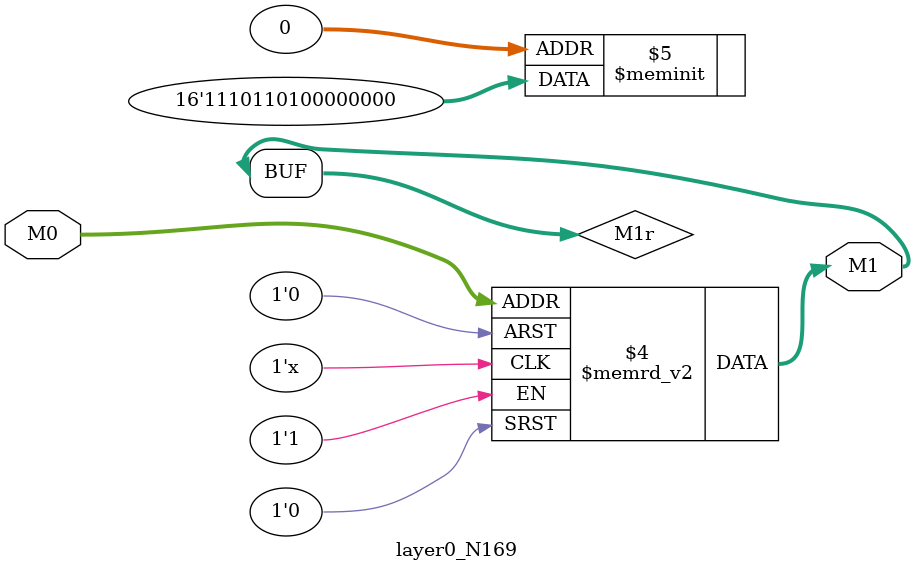
<source format=v>
module layer0_N169 ( input [2:0] M0, output [1:0] M1 );

	(*rom_style = "distributed" *) reg [1:0] M1r;
	assign M1 = M1r;
	always @ (M0) begin
		case (M0)
			3'b000: M1r = 2'b00;
			3'b100: M1r = 2'b01;
			3'b010: M1r = 2'b00;
			3'b110: M1r = 2'b10;
			3'b001: M1r = 2'b00;
			3'b101: M1r = 2'b11;
			3'b011: M1r = 2'b00;
			3'b111: M1r = 2'b11;

		endcase
	end
endmodule

</source>
